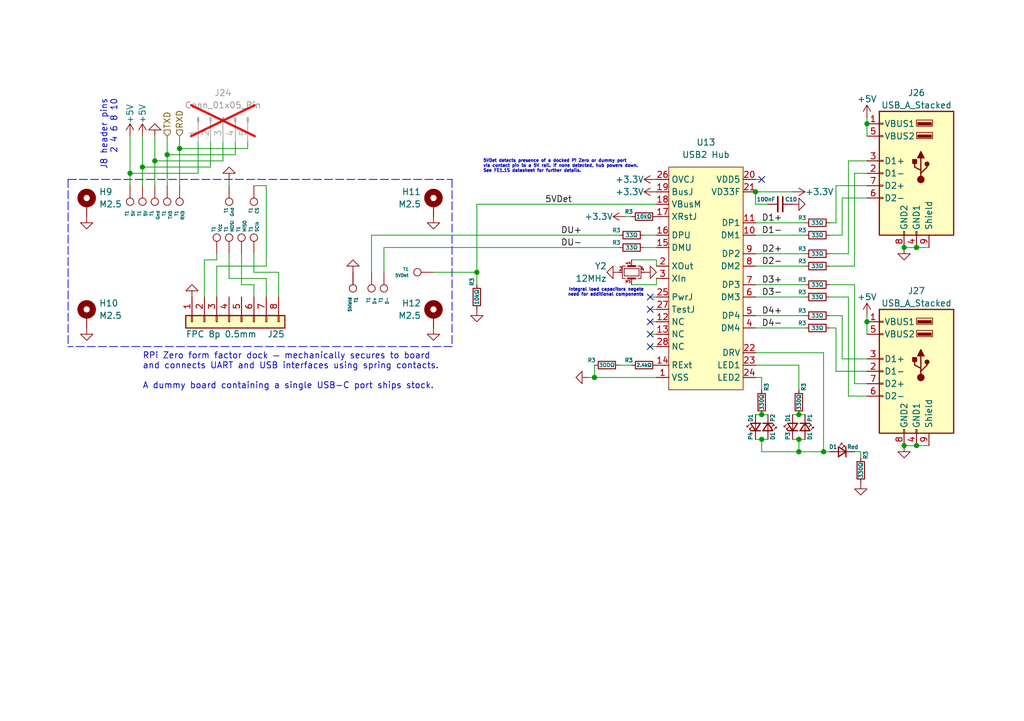
<source format=kicad_sch>
(kicad_sch (version 20230121) (generator eeschema)
  (paper "A5")
  (title_block (title "Raspberry Pi Zero Socket") (company "Meridi Engineering") (comment 1 "Mechanically attaches a Pi Zero and exposes USB and UART connections"))
  (lib_symbols
    (symbol "Connector:Conn_01x05_Pin" (pin_names (offset 1.016) hide)
      (property "Reference" "J" (at 0 7.62 0))
      (property "Value" "Conn_01x05_Pin" (at 0 -7.62 0))
      (symbol "Conn_01x05_Pin_1_1"
        (polyline (pts (xy 1.27 -5.08) (xy 0.8636 -5.08)) (stroke (width 0.1524)))
        (polyline (pts (xy 1.27 -2.54) (xy 0.8636 -2.54)) (stroke (width 0.1524)))
        (polyline (pts (xy 1.27 0) (xy 0.8636 0)) (stroke (width 0.1524)))
        (polyline (pts (xy 1.27 2.54) (xy 0.8636 2.54)) (stroke (width 0.1524)))
        (polyline (pts (xy 1.27 5.08) (xy 0.8636 5.08)) (stroke (width 0.1524)))
        (rectangle (start 0.8636 -4.953) (end 0 -5.207) (stroke (width 0.1524)) (fill (type outline)))
        (rectangle (start 0.8636 -2.413) (end 0 -2.667) (stroke (width 0.1524)) (fill (type outline)))
        (rectangle (start 0.8636 0.127) (end 0 -0.127) (stroke (width 0.1524)) (fill (type outline)))
        (rectangle (start 0.8636 2.667) (end 0 2.413) (stroke (width 0.1524)) (fill (type outline)))
        (rectangle (start 0.8636 5.207) (end 0 4.953) (stroke (width 0.1524)) (fill (type outline)))
        (pin passive line (at 5.08 5.08 180) (length 3.81) (name "Pin_1") (number "1"))
        (pin passive line (at 5.08 2.54 180) (length 3.81) (name "Pin_2") (number "2"))
        (pin passive line (at 5.08 0 180) (length 3.81) (name "Pin_3") (number "3"))
        (pin passive line (at 5.08 -2.54 180) (length 3.81) (name "Pin_4") (number "4"))
        (pin passive line (at 5.08 -5.08 180) (length 3.81) (name "Pin_5") (number "5"))
      )
    )
    (symbol "Connector:TestPoint" (pin_numbers hide) (pin_names (offset 0.762) hide)
      (property "Reference" "TP" (at 0 6.858 0))
      (property "Value" "TestPoint" (at 0 5.08 0))
      (symbol "TestPoint_0_1"
        (circle (center 0 3.302) (radius 0.762))
      )
      (symbol "TestPoint_1_1"
        (pin passive line (at 0 0 90) (length 2.54) (name "1") (number "1"))
      )
    )
    (symbol "Connector:USB_A_Stacked" (pin_names (offset 1.016))
      (property "Reference" "J" (at 0 15.875 0))
      (property "Value" "USB_A_Stacked" (at 0 13.97 0))
      (symbol "USB_A_Stacked_0_1"
        (rectangle (start -7.62 12.7) (end 7.62 -12.7) (stroke (width 0.254)) (fill (type background)))
        (circle (center -2.159 1.905) (radius 0.381) (stroke (width 0.254)) (fill (type outline)))
        (circle (center -0.889 -1.27) (radius 0.635) (stroke (width 0.254)) (fill (type outline)))
        (rectangle (start -0.254 7.366) (end -3.048 7.874) (fill (type outline)))
        (rectangle (start -0.254 9.906) (end -3.048 10.414) (fill (type outline)))
        (rectangle (start -0.127 -12.7) (end 0.127 -11.938))
        (polyline (pts (xy -1.524 3.175) (xy -0.254 3.175) (xy -0.889 4.445) (xy -1.524 3.175)) (stroke (width 0.254)) (fill (type outline)))
        (polyline (pts (xy -0.889 -0.635) (xy -0.889 0) (xy -2.159 1.27) (xy -2.159 1.905)) (stroke (width 0.254)))
        (polyline (pts (xy -0.889 0) (xy -0.889 0.635) (xy 0.381 1.27) (xy 0.381 2.54)) (stroke (width 0.254)))
        (rectangle (start 0 2.794) (end 0.762 2.032) (stroke (width 0.254)) (fill (type outline)))
        (rectangle (start 0 7.112) (end -3.302 8.382))
        (rectangle (start 0 9.652) (end -3.302 10.922))
        (rectangle (start 2.413 -12.7) (end 2.667 -11.938))
        (rectangle (start 7.62 -5.207) (end 6.858 -4.953))
        (rectangle (start 7.62 -2.667) (end 6.858 -2.413))
        (rectangle (start 7.62 -0.127) (end 6.858 0.127))
        (rectangle (start 7.62 2.413) (end 6.858 2.667))
        (rectangle (start 7.62 7.493) (end 6.858 7.747))
        (rectangle (start 7.62 10.033) (end 6.858 10.287))
      )
      (symbol "USB_A_Stacked_1_1"
        (polyline (pts (xy -0.889 0.635) (xy -0.889 3.175)) (stroke (width 0.254)))
        (pin power_in line (at 10.16 10.16 180) (length 2.54) (name "VBUS1") (number "1"))
        (pin bidirectional line (at 10.16 0 180) (length 2.54) (name "D1-") (number "2"))
        (pin bidirectional line (at 10.16 2.54 180) (length 2.54) (name "D1+") (number "3"))
        (pin power_in line (at 0 -15.24 90) (length 2.54) (name "GND1") (number "4"))
        (pin power_in line (at 10.16 7.62 180) (length 2.54) (name "VBUS2") (number "5"))
        (pin bidirectional line (at 10.16 -5.08 180) (length 2.54) (name "D2-") (number "6"))
        (pin bidirectional line (at 10.16 -2.54 180) (length 2.54) (name "D2+") (number "7"))
        (pin power_in line (at 2.54 -15.24 90) (length 2.54) (name "GND2") (number "8"))
        (pin passive line (at -2.54 -15.24 90) (length 2.54) (name "Shield") (number "9"))
      )
    )
    (symbol "Connector_Generic:Conn_01x08" (pin_names (offset 1.016) hide)
      (property "Reference" "J" (at 0 10.16 0))
      (property "Value" "Conn_01x08" (at 0 -12.7 0))
      (symbol "Conn_01x08_1_1"
        (rectangle (start -1.27 -10.033) (end 0 -10.287) (stroke (width 0.1524)))
        (rectangle (start -1.27 -7.493) (end 0 -7.747) (stroke (width 0.1524)))
        (rectangle (start -1.27 -4.953) (end 0 -5.207) (stroke (width 0.1524)))
        (rectangle (start -1.27 -2.413) (end 0 -2.667) (stroke (width 0.1524)))
        (rectangle (start -1.27 0.127) (end 0 -0.127) (stroke (width 0.1524)))
        (rectangle (start -1.27 2.667) (end 0 2.413) (stroke (width 0.1524)))
        (rectangle (start -1.27 5.207) (end 0 4.953) (stroke (width 0.1524)))
        (rectangle (start -1.27 7.747) (end 0 7.493) (stroke (width 0.1524)))
        (rectangle (start -1.27 8.89) (end 1.27 -11.43) (stroke (width 0.254)) (fill (type background)))
        (pin passive line (at -5.08 7.62 0) (length 3.81) (name "Pin_1") (number "1"))
        (pin passive line (at -5.08 5.08 0) (length 3.81) (name "Pin_2") (number "2"))
        (pin passive line (at -5.08 2.54 0) (length 3.81) (name "Pin_3") (number "3"))
        (pin passive line (at -5.08 0 0) (length 3.81) (name "Pin_4") (number "4"))
        (pin passive line (at -5.08 -2.54 0) (length 3.81) (name "Pin_5") (number "5"))
        (pin passive line (at -5.08 -5.08 0) (length 3.81) (name "Pin_6") (number "6"))
        (pin passive line (at -5.08 -7.62 0) (length 3.81) (name "Pin_7") (number "7"))
        (pin passive line (at -5.08 -10.16 0) (length 3.81) (name "Pin_8") (number "8"))
      )
    )
    (symbol "Device:C_Small" (pin_numbers hide) (pin_names (offset 0.254) hide)
      (property "Reference" "C" (at 0.254 1.778 0))
      (property "Value" "C_Small" (at 0.254 -2.032 0))
      (symbol "C_Small_0_1"
        (polyline (pts (xy -1.524 -0.508) (xy 1.524 -0.508)) (stroke (width 0.3302)))
        (polyline (pts (xy -1.524 0.508) (xy 1.524 0.508)) (stroke (width 0.3048)))
      )
      (symbol "C_Small_1_1"
        (pin passive line (at 0 2.54 270) (length 2.032) (name "~") (number "1"))
        (pin passive line (at 0 -2.54 90) (length 2.032) (name "~") (number "2"))
      )
    )
    (symbol "Device:Crystal_GND24_Small" (pin_names (offset 1.016) hide)
      (property "Reference" "Y" (at 1.27 4.445 0))
      (property "Value" "Crystal_GND24_Small" (at 1.27 2.54 0))
      (symbol "Crystal_GND24_Small_0_1"
        (rectangle (start -0.762 -1.524) (end 0.762 1.524))
        (polyline (pts (xy -1.27 -0.762) (xy -1.27 0.762)) (stroke (width 0.381)))
        (polyline (pts (xy 1.27 -0.762) (xy 1.27 0.762)) (stroke (width 0.381)))
        (polyline (pts (xy -1.27 -1.27) (xy -1.27 -1.905) (xy 1.27 -1.905) (xy 1.27 -1.27)))
        (polyline (pts (xy -1.27 1.27) (xy -1.27 1.905) (xy 1.27 1.905) (xy 1.27 1.27)))
      )
      (symbol "Crystal_GND24_Small_1_1"
        (pin passive line (at -2.54 0 0) (length 1.27) (name "1") (number "1"))
        (pin passive line (at 0 -2.54 90) (length 0.635) (name "2") (number "2"))
        (pin passive line (at 2.54 0 180) (length 1.27) (name "3") (number "3"))
        (pin passive line (at 0 2.54 270) (length 0.635) (name "4") (number "4"))
      )
    )
    (symbol "Device:LED_Small" (pin_numbers hide) (pin_names (offset 0.254) hide)
      (property "Reference" "D" (at -1.27 3.175 0))
      (property "Value" "LED_Small" (at -4.445 -2.54 0))
      (symbol "LED_Small_0_1"
        (polyline (pts (xy -0.762 -1.016) (xy -0.762 1.016)) (stroke (width 0.254)))
        (polyline (pts (xy 1.016 0) (xy -0.762 0)))
        (polyline (pts (xy 0.762 -1.016) (xy -0.762 0) (xy 0.762 1.016) (xy 0.762 -1.016)) (stroke (width 0.254)))
        (polyline (pts (xy 0 0.762) (xy -0.508 1.27) (xy -0.254 1.27) (xy -0.508 1.27) (xy -0.508 1.016)))
        (polyline (pts (xy 0.508 1.27) (xy 0 1.778) (xy 0.254 1.778) (xy 0 1.778) (xy 0 1.524)))
      )
      (symbol "LED_Small_1_1"
        (pin passive line (at -2.54 0 0) (length 1.778) (name "K") (number "1"))
        (pin passive line (at 2.54 0 180) (length 1.778) (name "A") (number "2"))
      )
    )
    (symbol "Device:R_Small" (pin_numbers hide) (pin_names (offset 0.254) hide)
      (property "Reference" "R" (at 0.762 0.508 0))
      (property "Value" "R_Small" (at 0.762 -1.016 0))
      (symbol "R_Small_0_1"
        (rectangle (start -0.762 1.778) (end 0.762 -1.778) (stroke (width 0.2032)))
      )
      (symbol "R_Small_1_1"
        (pin passive line (at 0 2.54 270) (length 0.762) (name "~") (number "1"))
        (pin passive line (at 0 -2.54 90) (length 0.762) (name "~") (number "2"))
      )
    )
    (symbol "Mechanical:MountingHole_Pad" (pin_numbers hide) (pin_names (offset 1.016) hide)
      (property "Reference" "H" (at 0 6.35 0))
      (property "Value" "MountingHole_Pad" (at 0 4.445 0))
      (symbol "MountingHole_Pad_0_1"
        (circle (center 0 1.27) (radius 1.27) (stroke (width 1.27)))
      )
      (symbol "MountingHole_Pad_1_1"
        (pin input line (at 0 -2.54 90) (length 2.54) (name "1") (number "1"))
      )
    )
    (symbol "corevus:FE1.1s-BSOP28B"
      (property "Reference" "U" (at 0 26.67 0))
      (property "Value" "USB2 Hub" (at 0 24.13 0))
      (symbol "FE1.1s-BSOP28B_0_0"
        (pin unspecified line (at -10.16 -20.32 0) (length 2.54) (name "VSS") (number "1"))
        (pin unspecified line (at 10.16 8.89 180) (length 2.54) (name "DM1") (number "10"))
        (pin unspecified line (at 10.16 11.43 180) (length 2.54) (name "DP1") (number "11"))
        (pin unspecified line (at -10.16 -8.89 0) (length 2.54) (name "NC") (number "12"))
        (pin unspecified line (at -10.16 -11.43 0) (length 2.54) (name "NC") (number "13"))
        (pin unspecified line (at -10.16 -17.78 0) (length 2.54) (name "RExt") (number "14"))
        (pin unspecified line (at -10.16 6.35 0) (length 2.54) (name "DMU") (number "15"))
        (pin unspecified line (at -10.16 8.89 0) (length 2.54) (name "DPU") (number "16"))
        (pin unspecified line (at -10.16 2.54 0) (length 2.54) (name "XOut") (number "2"))
        (pin unspecified line (at 10.16 20.32 180) (length 2.54) (name "VDD5") (number "20"))
        (pin unspecified line (at 10.16 17.78 180) (length 2.54) (name "VD33F") (number "21"))
        (pin unspecified line (at 10.16 -15.24 180) (length 2.54) (name "DRV") (number "22"))
        (pin unspecified line (at 10.16 -17.78 180) (length 2.54) (name "LED1") (number "23"))
        (pin unspecified line (at 10.16 -20.32 180) (length 2.54) (name "LED2") (number "24"))
        (pin unspecified line (at -10.16 -3.81 0) (length 2.54) (name "PwrJ") (number "25"))
        (pin unspecified line (at -10.16 20.32 0) (length 2.54) (name "OVCJ") (number "26"))
        (pin unspecified line (at -10.16 -6.35 0) (length 2.54) (name "TestJ") (number "27"))
        (pin unspecified line (at -10.16 -13.97 0) (length 2.54) (name "NC") (number "28"))
        (pin unspecified line (at -10.16 0 0) (length 2.54) (name "XIn") (number "3"))
        (pin unspecified line (at 10.16 -10.16 180) (length 2.54) (name "DM4") (number "4"))
        (pin unspecified line (at 10.16 -7.62 180) (length 2.54) (name "DP4") (number "5"))
        (pin unspecified line (at 10.16 -3.81 180) (length 2.54) (name "DM3") (number "6"))
        (pin unspecified line (at 10.16 -1.27 180) (length 2.54) (name "DP3") (number "7"))
        (pin unspecified line (at 10.16 2.54 180) (length 2.54) (name "DM2") (number "8"))
        (pin unspecified line (at 10.16 5.08 180) (length 2.54) (name "DP2") (number "9"))
      )
      (symbol "FE1.1s-BSOP28B_1_0"
        (pin unspecified line (at -10.16 12.7 0) (length 2.54) (name "XRstJ") (number "17"))
        (pin unspecified line (at -10.16 15.24 0) (length 2.54) (name "VBusM") (number "18"))
        (pin unspecified line (at -10.16 17.78 0) (length 2.54) (name "BusJ") (number "19"))
      )
      (symbol "FE1.1s-BSOP28B_1_1"
        (rectangle (start -7.62 22.86) (end 7.62 -22.86) (fill (type background)))
      )
    )
    (symbol "power:+3.3V" (power) (pin_names (offset 0))
      (property "Value" "+3.3V" (at 0 3.556 0))
      (symbol "+3.3V_0_1"
        (polyline (pts (xy -0.762 1.27) (xy 0 2.54)))
        (polyline (pts (xy 0 0) (xy 0 2.54)))
        (polyline (pts (xy 0 2.54) (xy 0.762 1.27)))
      )
      (symbol "+3.3V_1_1"
        (pin power_in line (at 0 0 90) (length 0) hide (name "+3.3V") (number "1"))
      )
    )
    (symbol "power:+5V" (power) (pin_names (offset 0))
      (property "Value" "+5V" (at 0 3.556 0))
      (symbol "+5V_0_1"
        (polyline (pts (xy -0.762 1.27) (xy 0 2.54)))
        (polyline (pts (xy 0 0) (xy 0 2.54)))
        (polyline (pts (xy 0 2.54) (xy 0.762 1.27)))
      )
      (symbol "+5V_1_1"
        (pin power_in line (at 0 0 90) (length 0) hide (name "+5V") (number "1"))
      )
    )
    (symbol "power:GND" (power) (pin_names (offset 0))
      (property "Value" "GND" (at 0 -3.81 0))
      (symbol "GND_0_1"
        (polyline (pts (xy 0 0) (xy 0 -1.27) (xy 1.27 -1.27) (xy 0 -2.54) (xy -1.27 -1.27) (xy 0 -1.27)))
      )
      (symbol "GND_1_1"
        (pin power_in line (at 0 0 270) (length 0) hide (name "GND") (number "1"))
      )
    )
  )
  (junction (at 154.94 39.37))
  (junction (at 36.83 30.48))
  (junction (at 185.42 50.8))
  (junction (at 163.83 90.17))
  (junction (at 31.75 33.02))
  (junction (at 177.8 25.4))
  (junction (at 26.67 35.56))
  (junction (at 29.21 34.29))
  (junction (at 34.29 31.75))
  (junction (at 185.42 91.44))
  (junction (at 97.79 55.88))
  (junction (at 156.21 85.09))
  (junction (at 163.83 92.71))
  (junction (at 177.8 66.04))
  (junction (at 168.91 92.71))
  (junction (at 163.83 85.09))
  (junction (at 187.96 91.44))
  (junction (at 156.21 90.17))
  (junction (at 187.96 50.8))
  (junction (at 121.92 77.47))
  (no_connect (at 133.35 60.96))
  (no_connect (at 156.21 36.83))
  (no_connect (at 133.35 63.5))
  (no_connect (at 133.35 68.58))
  (no_connect (at 133.35 71.12))
  (no_connect (at 133.35 66.04))
  (wire (pts (xy 154.94 74.93) (xy 163.83 74.93)))
  (wire (pts (xy 128.27 44.45) (xy 129.54 44.45)))
  (wire (pts (xy 154.94 58.42) (xy 165.1 58.42)))
  (wire (pts (xy 50.8 30.48) (xy 50.8 29.21)))
  (wire (pts (xy 154.94 85.09) (xy 156.21 85.09)))
  (wire (pts (xy 48.26 31.75) (xy 48.26 29.21)))
  (wire (pts (xy 165.1 45.72) (xy 154.94 45.72)))
  (wire (pts (xy 163.83 92.71) (xy 168.91 92.71)))
  (wire (pts (xy 175.26 35.56) (xy 177.8 35.56)))
  (wire (pts (xy 170.18 54.61) (xy 175.26 54.61)))
  (wire (pts (xy 172.72 40.64) (xy 172.72 48.26)))
  (wire (pts (xy 163.83 90.17) (xy 163.83 92.71)))
  (wire (pts (xy 46.99 52.07) (xy 46.99 57.15)))
  (wire (pts (xy 31.75 33.02) (xy 45.72 33.02)))
  (wire (pts (xy 172.72 64.77) (xy 170.18 64.77)))
  (wire (pts (xy 163.83 74.93) (xy 163.83 80.01)))
  (wire (pts (xy 132.08 48.26) (xy 134.62 48.26)))
  (polyline (pts (xy 92.71 36.83) (xy 92.71 71.12)) (stroke (width 0) (type dash)))
  (wire (pts (xy 154.94 48.26) (xy 165.1 48.26)))
  (wire (pts (xy 175.26 35.56) (xy 175.26 54.61)))
  (wire (pts (xy 121.92 74.93) (xy 121.92 77.47)))
  (wire (pts (xy 31.75 38.1) (xy 31.75 33.02)))
  (wire (pts (xy 45.72 33.02) (xy 45.72 29.21)))
  (wire (pts (xy 57.15 55.88) (xy 57.15 60.96)))
  (wire (pts (xy 156.21 92.71) (xy 163.83 92.71)))
  (wire (pts (xy 187.96 91.44) (xy 190.5 91.44)))
  (wire (pts (xy 177.8 24.13) (xy 177.8 25.4)))
  (wire (pts (xy 154.94 39.37) (xy 154.94 41.91)))
  (wire (pts (xy 97.79 41.91) (xy 134.62 41.91)))
  (wire (pts (xy 36.83 27.94) (xy 36.83 30.48)))
  (wire (pts (xy 132.08 50.8) (xy 134.62 50.8)))
  (wire (pts (xy 97.79 55.88) (xy 97.79 41.91)))
  (wire (pts (xy 121.92 77.47) (xy 134.62 77.47)))
  (wire (pts (xy 36.83 30.48) (xy 50.8 30.48)))
  (wire (pts (xy 43.18 34.29) (xy 43.18 29.21)))
  (wire (pts (xy 170.18 67.31) (xy 171.45 67.31)))
  (wire (pts (xy 49.53 58.42) (xy 52.07 58.42)))
  (wire (pts (xy 154.94 67.31) (xy 165.1 67.31)))
  (wire (pts (xy 175.26 92.71) (xy 176.53 92.71)))
  (wire (pts (xy 177.8 64.77) (xy 177.8 66.04)))
  (wire (pts (xy 173.99 52.07) (xy 170.18 52.07)))
  (wire (pts (xy 78.74 50.8) (xy 78.74 55.88)))
  (wire (pts (xy 44.45 54.61) (xy 54.61 54.61)))
  (wire (pts (xy 78.74 50.8) (xy 127 50.8)))
  (wire (pts (xy 134.62 54.61) (xy 134.62 53.34)))
  (wire (pts (xy 175.26 58.42) (xy 175.26 78.74)))
  (wire (pts (xy 154.94 90.17) (xy 156.21 90.17)))
  (wire (pts (xy 168.91 72.39) (xy 154.94 72.39)))
  (wire (pts (xy 170.18 60.96) (xy 173.99 60.96)))
  (wire (pts (xy 44.45 60.96) (xy 44.45 54.61)))
  (wire (pts (xy 162.56 90.17) (xy 163.83 90.17)))
  (wire (pts (xy 46.99 57.15) (xy 54.61 57.15)))
  (wire (pts (xy 173.99 81.28) (xy 177.8 81.28)))
  (wire (pts (xy 29.21 27.94) (xy 29.21 34.29)))
  (wire (pts (xy 173.99 60.96) (xy 173.99 81.28)))
  (wire (pts (xy 129.54 58.42) (xy 134.62 58.42)))
  (wire (pts (xy 29.21 34.29) (xy 43.18 34.29)))
  (wire (pts (xy 26.67 38.1) (xy 26.67 35.56)))
  (wire (pts (xy 171.45 67.31) (xy 171.45 76.2)))
  (wire (pts (xy 176.53 92.71) (xy 176.53 93.98)))
  (wire (pts (xy 88.9 55.88) (xy 97.79 55.88)))
  (wire (pts (xy 36.83 30.48) (xy 36.83 38.1)))
  (wire (pts (xy 41.91 53.34) (xy 41.91 60.96)))
  (wire (pts (xy 177.8 25.4) (xy 177.8 27.94)))
  (wire (pts (xy 133.35 68.58) (xy 134.62 68.58)))
  (wire (pts (xy 40.64 35.56) (xy 40.64 29.21)))
  (wire (pts (xy 168.91 92.71) (xy 170.18 92.71)))
  (wire (pts (xy 163.83 85.09) (xy 165.1 85.09)))
  (wire (pts (xy 52.07 55.88) (xy 57.15 55.88)))
  (wire (pts (xy 156.21 85.09) (xy 157.48 85.09)))
  (wire (pts (xy 185.42 91.44) (xy 187.96 91.44)))
  (wire (pts (xy 165.1 52.07) (xy 154.94 52.07)))
  (wire (pts (xy 97.79 58.42) (xy 97.79 55.88)))
  (wire (pts (xy 44.45 53.34) (xy 41.91 53.34)))
  (wire (pts (xy 54.61 54.61) (xy 54.61 38.1)))
  (wire (pts (xy 185.42 50.8) (xy 187.96 50.8)))
  (wire (pts (xy 133.35 66.04) (xy 134.62 66.04)))
  (wire (pts (xy 127 74.93) (xy 129.54 74.93)))
  (wire (pts (xy 172.72 73.66) (xy 172.72 64.77)))
  (wire (pts (xy 29.21 34.29) (xy 29.21 38.1)))
  (wire (pts (xy 156.21 77.47) (xy 156.21 80.01)))
  (wire (pts (xy 187.96 50.8) (xy 190.5 50.8)))
  (wire (pts (xy 34.29 31.75) (xy 34.29 38.1)))
  (wire (pts (xy 52.07 58.42) (xy 52.07 60.96)))
  (wire (pts (xy 129.54 53.34) (xy 134.62 53.34)))
  (wire (pts (xy 133.35 71.12) (xy 134.62 71.12)))
  (wire (pts (xy 154.94 54.61) (xy 165.1 54.61)))
  (wire (pts (xy 156.21 36.83) (xy 154.94 36.83)))
  (wire (pts (xy 165.1 64.77) (xy 154.94 64.77)))
  (wire (pts (xy 26.67 35.56) (xy 40.64 35.56)))
  (wire (pts (xy 34.29 27.94) (xy 34.29 31.75)))
  (wire (pts (xy 34.29 31.75) (xy 48.26 31.75)))
  (wire (pts (xy 177.8 66.04) (xy 177.8 68.58)))
  (wire (pts (xy 54.61 38.1) (xy 52.07 38.1)))
  (wire (pts (xy 52.07 52.07) (xy 52.07 55.88)))
  (wire (pts (xy 54.61 57.15) (xy 54.61 60.96)))
  (wire (pts (xy 168.91 92.71) (xy 168.91 72.39)))
  (wire (pts (xy 76.2 48.26) (xy 127 48.26)))
  (polyline (pts (xy 92.71 71.12) (xy 13.97 71.12)) (stroke (width 0) (type dash)))
  (wire (pts (xy 49.53 52.07) (xy 49.53 58.42)))
  (polyline (pts (xy 13.97 36.83) (xy 13.97 71.12)) (stroke (width 0) (type dash)))
  (wire (pts (xy 156.21 77.47) (xy 154.94 77.47)))
  (wire (pts (xy 173.99 33.02) (xy 173.99 52.07)))
  (wire (pts (xy 163.83 90.17) (xy 165.1 90.17)))
  (wire (pts (xy 26.67 27.94) (xy 26.67 35.56)))
  (wire (pts (xy 170.18 48.26) (xy 172.72 48.26)))
  (wire (pts (xy 173.99 33.02) (xy 177.8 33.02)))
  (wire (pts (xy 175.26 78.74) (xy 177.8 78.74)))
  (wire (pts (xy 172.72 40.64) (xy 177.8 40.64)))
  (wire (pts (xy 31.75 27.94) (xy 31.75 33.02)))
  (wire (pts (xy 156.21 90.17) (xy 157.48 90.17)))
  (wire (pts (xy 156.21 90.17) (xy 156.21 92.71)))
  (polyline (pts (xy 13.97 36.83) (xy 92.71 36.83)) (stroke (width 0) (type dash)))
  (wire (pts (xy 171.45 76.2) (xy 177.8 76.2)))
  (wire (pts (xy 133.35 63.5) (xy 134.62 63.5)))
  (wire (pts (xy 171.45 38.1) (xy 177.8 38.1)))
  (wire (pts (xy 172.72 73.66) (xy 177.8 73.66)))
  (wire (pts (xy 46.99 36.83) (xy 46.99 38.1)))
  (wire (pts (xy 120.65 77.47) (xy 121.92 77.47)))
  (wire (pts (xy 171.45 38.1) (xy 171.45 45.72)))
  (wire (pts (xy 134.62 58.42) (xy 134.62 57.15)))
  (wire (pts (xy 171.45 45.72) (xy 170.18 45.72)))
  (wire (pts (xy 133.35 60.96) (xy 134.62 60.96)))
  (wire (pts (xy 44.45 52.07) (xy 44.45 53.34)))
  (wire (pts (xy 154.94 60.96) (xy 165.1 60.96)))
  (wire (pts (xy 154.94 41.91) (xy 157.48 41.91)))
  (wire (pts (xy 170.18 58.42) (xy 175.26 58.42)))
  (wire (pts (xy 162.56 39.37) (xy 154.94 39.37)))
  (wire (pts (xy 162.56 85.09) (xy 163.83 85.09)))
  (wire (pts (xy 76.2 55.88) (xy 76.2 48.26)))
  (text "Integral load capacitors negate\nneed for additional components" (at 132.08 60.96 0) (effects (font (size 0.635 0.635)) (justify right bottom)))
  (text "5VDet detects presence of a docked Pi Zero or dummy port\nvia contact pin to a 5V rail. If none detected, hub powers down.\nSee FE1.1S datasheet for further details." (at 99.06 35.56 0) (effects (font (size 0.635 0.635)) (justify left bottom)))
  (text "RPi Zero form factor dock — mechanically secures to board\nand connects UART and USB interfaces using spring contacts.\n\nA dummy board containing a single USB-C port ships stock." (at 29.21 80.01 0) (effects (font (size 1.27 1.27)) (justify left bottom)))
  (text "J8 header pins\n2 4 6 8 10" (at 24.13 20.32 90) (effects (font (size 1.27 1.27)) (justify right bottom)))
  (label "D2+" (at 156.21 52.07 0))
  (label "D2-" (at 156.21 54.61 0))
  (label "D3+" (at 156.21 58.42 0))
  (label "D1-" (at 156.21 48.26 0))
  (label "D4-" (at 156.21 67.31 0))
  (label "DU-" (at 119.38 50.8 180))
  (label "DU+" (at 119.38 48.26 180))
  (label "D1+" (at 156.21 45.72 0))
  (label "5VDet" (at 111.76 41.91 0))
  (label "D4+" (at 156.21 64.77 0))
  (label "D3-" (at 156.21 60.96 0))
  (hierarchical_label "TXD" (shape input) (at 34.29 27.94 90))
  (hierarchical_label "RXD" (shape input) (at 36.83 27.94 90))
  (symbol (lib_id "power:GND") (at 17.78 44.45 0) (unit 1)
    (property "Reference" "#PWR0109" (effects hide))
    (property "Value" "GND" (effects hide))
    (instances (project "mainboard" (path "" (reference "#PWR0109") (unit 1)) (path "" (reference "#PWR0211") (unit 1))))
  )
  (symbol (lib_id "Connector:TestPoint") (at 78.74 55.88 0) (mirror x) (unit 1)
    (property "Reference" "T1" (at 78.105 60.96 90) (effects (font (size 0.635 0.635)) (justify left)))
    (property "Value" "D-" (at 79.375 60.96 90) (effects (font (size 0.635 0.635)) (justify left)))
    (property "Footprint" "corevus:LGA_Spring_3.5x1" (effects hide))
    (instances (project "mainboard" (path "" (reference "T1") (unit 1)) (path "" (reference "T46") (unit 1))))
  )
  (symbol (lib_id "Device:Crystal_GND24_Small") (at 129.54 55.88 270) (unit 1)
    (property "Reference" "Y2" (at 124.46 54.61 90) (effects (justify right)))
    (property "Value" "12MHz" (at 124.46 57.15 90) (effects (justify right)))
    (property "Footprint" "Crystal:Crystal_SMD_3225-4Pin_3.2x2.5mm" (effects hide))
  )
  (symbol (lib_id "corevus:FE1.1s-BSOP28B") (at 144.78 57.15 0) (unit 1)
    (property "Reference" "U13" (at 144.78 29.21 0))
    (property "Value" "USB2 Hub" (at 144.78 31.75 0))
    (property "Footprint" "Package_SO:SSOP-28_3.9x9.9mm_P0.635mm" (effects hide))
    (property "Datasheet" "https://datasheet.lcsc.com/lcsc/2303171730_Terminus-Tech-FE1-1S-BSOP28BCN_C9359.pdf" (effects hide))
  )
  (symbol (lib_id "power:GND") (at 162.56 41.91 90) (unit 1)
    (property "Reference" "#PWR0109" (effects hide))
    (property "Value" "GND" (effects hide))
    (instances (project "mainboard" (path "" (reference "#PWR0109") (unit 1)) (path "" (reference "#PWR0229") (unit 1))))
  )
  (symbol (lib_id "Mechanical:MountingHole_Pad") (at 88.9 41.91 0) (mirror y) (unit 1)
    (property "Reference" "H11" (at 86.36 39.37 0) (effects (justify left)))
    (property "Value" "M2.5" (at 86.36 41.91 0) (effects (justify left)))
    (property "Footprint" "corevus:M3_M2.5_PCB_Nut" (effects hide))
  )
  (symbol (lib_id "Device:R_Small") (at 167.64 58.42 270) (mirror x) (unit 1)
    (property "Reference" "R3" (at 165.37 57.42 90) (effects (font (size 0.8 0.8)) (justify right)))
    (property "Value" "33Ω" (at 167.64 58.42 90) (effects (font (size 0.8 0.8))))
    (property "Footprint" "AlphaLib:0402R" (effects hide))
    (instances (project "driver-tmc5160" (path "" (reference "R3") (unit 1))) (project "mainboard" (path "" (reference "R76") (unit 1)) (path "" (reference "R59") (unit 1)) (path "" (reference "R57") (unit 1)) (path "" (reference "R61") (unit 1)) (path "" (reference "R79") (unit 1))))
  )
  (symbol (lib_id "power:GND") (at 46.99 36.83 0) (mirror x) (unit 1)
    (property "Reference" "#PWR0109" (effects hide))
    (property "Value" "GND" (effects hide))
    (instances (project "mainboard" (path "" (reference "#PWR0109") (unit 1)) (path "" (reference "#PWR0217") (unit 1))))
  )
  (symbol (lib_id "Mechanical:MountingHole_Pad") (at 88.9 64.77 0) (mirror y) (unit 1)
    (property "Reference" "H12" (at 86.36 62.23 0) (effects (justify left)))
    (property "Value" "M2.5" (at 86.36 64.77 0) (effects (justify left)))
    (property "Footprint" "corevus:M3_M2.5_PCB_Nut" (effects hide))
  )
  (symbol (lib_id "Connector:USB_A_Stacked") (at 187.96 35.56 0) (mirror y) (unit 1)
    (property "Reference" "J26" (at 187.96 19.05 0))
    (property "Value" "USB_A_Stacked" (at 187.96 21.59 0))
    (property "Footprint" "Connector_USB:USB_A_CUI_UJ2-ADH-TH_Horizontal_Stacked" (effects hide))
    (property "Datasheet" " ~" (effects hide))
  )
  (symbol (lib_id "Connector:USB_A_Stacked") (at 187.96 76.2 0) (mirror y) (unit 1)
    (property "Reference" "J27" (at 187.96 59.69 0))
    (property "Value" "USB_A_Stacked" (at 187.96 62.23 0))
    (property "Footprint" "Connector_USB:USB_A_CUI_UJ2-ADH-TH_Horizontal_Stacked" (effects hide))
    (property "Datasheet" " ~" (effects hide))
  )
  (symbol (lib_id "Connector:TestPoint") (at 46.99 38.1 180) (unit 1)
    (property "Reference" "T1" (at 46.355 42.545 90) (effects (font (size 0.635 0.635)) (justify left)))
    (property "Value" "Gnd" (at 47.625 42.545 90) (effects (font (size 0.635 0.635)) (justify left)))
    (property "Footprint" "corevus:LGA_Spring_3.5x1" (effects hide))
    (instances (project "mainboard" (path "" (reference "T1") (unit 1)) (path "" (reference "T39") (unit 1))))
  )
  (symbol (lib_id "Mechanical:MountingHole_Pad") (at 17.78 64.77 0) (unit 1)
    (property "Reference" "H10" (at 20.32 62.23 0) (effects (justify left)))
    (property "Value" "M2.5" (at 20.32 64.77 0) (effects (justify left)))
    (property "Footprint" "corevus:M3_M2.5_PCB_Nut" (effects hide))
  )
  (symbol (lib_id "power:GND") (at 88.9 44.45 0) (unit 1)
    (property "Reference" "#PWR0109" (effects hide))
    (property "Value" "GND" (effects hide))
    (instances (project "mainboard" (path "" (reference "#PWR0109") (unit 1)) (path "" (reference "#PWR0219") (unit 1))))
  )
  (symbol (lib_id "Connector:TestPoint") (at 46.99 52.07 0) (unit 1)
    (property "Reference" "T1" (at 46.355 47.625 90) (effects (font (size 0.635 0.635)) (justify left)))
    (property "Value" "MOSI" (at 47.625 47.625 90) (effects (font (size 0.635 0.635)) (justify left)))
    (property "Footprint" "corevus:LGA_Spring_3.5x1" (effects hide))
    (instances (project "mainboard" (path "" (reference "T1") (unit 1)) (path "" (reference "T40") (unit 1))))
  )
  (symbol (lib_id "Device:R_Small") (at 167.64 45.72 270) (mirror x) (unit 1)
    (property "Reference" "R3" (at 165.37 44.72 90) (effects (font (size 0.8 0.8)) (justify right)))
    (property "Value" "33Ω" (at 167.64 45.72 90) (effects (font (size 0.8 0.8))))
    (property "Footprint" "AlphaLib:0402R" (effects hide))
    (instances (project "driver-tmc5160" (path "" (reference "R3") (unit 1))) (project "mainboard" (path "" (reference "R76") (unit 1)) (path "" (reference "R59") (unit 1)) (path "" (reference "R57") (unit 1)) (path "" (reference "R61") (unit 1)) (path "" (reference "R75") (unit 1))))
  )
  (symbol (lib_id "power:GND") (at 17.78 67.31 0) (unit 1)
    (property "Reference" "#PWR0109" (effects hide))
    (property "Value" "GND" (effects hide))
    (instances (project "mainboard" (path "" (reference "#PWR0109") (unit 1)) (path "" (reference "#PWR0212") (unit 1))))
  )
  (symbol (lib_id "Device:R_Small") (at 156.21 82.55 0) (mirror x) (unit 1)
    (property "Reference" "R3" (at 157.21 80.28 90) (effects (font (size 0.8 0.8)) (justify right)))
    (property "Value" "330Ω" (at 156.21 82.55 90) (effects (font (size 0.8 0.8))))
    (property "Footprint" "AlphaLib:0402R" (effects hide))
    (instances (project "driver-tmc5160" (path "" (reference "R3") (unit 1))) (project "mainboard" (path "" (reference "R76") (unit 1)) (path "" (reference "R59") (unit 1)) (path "" (reference "R57") (unit 1)) (path "" (reference "R61") (unit 1)) (path "" (reference "R73") (unit 1))))
  )
  (symbol (lib_id "power:+5V") (at 29.21 27.94 0) (mirror y) (unit 1)
    (property "Reference" "#PWR0214" (effects hide))
    (property "Value" "+5V" (at 29.21 25.4 90) (effects (justify left)))
  )
  (symbol (lib_id "Device:R_Small") (at 129.54 50.8 270) (mirror x) (unit 1)
    (property "Reference" "R3" (at 127.27 49.8 90) (effects (font (size 0.8 0.8)) (justify right)))
    (property "Value" "33Ω" (at 129.54 50.8 90) (effects (font (size 0.8 0.8))))
    (property "Footprint" "AlphaLib:0402R" (effects hide))
    (instances (project "driver-tmc5160" (path "" (reference "R3") (unit 1))) (project "mainboard" (path "" (reference "R76") (unit 1)) (path "" (reference "R59") (unit 1)) (path "" (reference "R57") (unit 1)) (path "" (reference "R61") (unit 1)) (path "" (reference "R70") (unit 1))))
  )
  (symbol (lib_id "Connector:TestPoint") (at 36.83 38.1 0) (mirror x) (unit 1)
    (property "Reference" "T1" (at 36.195 43.18 90) (effects (font (size 0.635 0.635)) (justify left)))
    (property "Value" "RXD" (at 37.465 43.18 90) (effects (font (size 0.635 0.635)) (justify left)))
    (property "Footprint" "corevus:LGA_Spring_3.5x1" (effects hide))
    (instances (project "mainboard" (path "" (reference "T1") (unit 1)) (path "" (reference "T37") (unit 1))))
  )
  (symbol (lib_id "Connector:TestPoint") (at 31.75 38.1 0) (mirror x) (unit 1)
    (property "Reference" "T1" (at 31.115 43.18 90) (effects (font (size 0.635 0.635)) (justify left)))
    (property "Value" "Gnd" (at 32.385 43.18 90) (effects (font (size 0.635 0.635)) (justify left)))
    (property "Footprint" "corevus:LGA_Spring_3.5x1" (effects hide))
    (instances (project "mainboard" (path "" (reference "T1") (unit 1)) (path "" (reference "T35") (unit 1))))
  )
  (symbol (lib_id "power:GND") (at 132.08 55.88 90) (mirror x) (unit 1)
    (property "Reference" "#PWR0109" (effects hide))
    (property "Value" "GND" (effects hide))
    (instances (project "mainboard" (path "" (reference "#PWR0109") (unit 1)) (path "" (reference "#PWR0225") (unit 1))))
  )
  (symbol (lib_id "Connector:TestPoint") (at 44.45 52.07 0) (unit 1)
    (property "Reference" "T1" (at 43.815 47.625 90) (effects (font (size 0.635 0.635)) (justify left)))
    (property "Value" "V_{CC}" (at 45.085 47.625 90) (effects (font (size 0.635 0.635)) (justify left)))
    (property "Footprint" "corevus:LGA_Spring_3.5x1" (effects hide))
    (instances (project "mainboard" (path "" (reference "T1") (unit 1)) (path "" (reference "T38") (unit 1))))
  )
  (symbol (lib_id "power:GND") (at 185.42 50.8 0) (mirror y) (unit 1)
    (property "Reference" "#PWR0109" (effects hide))
    (property "Value" "GND" (effects hide))
    (instances (project "mainboard" (path "" (reference "#PWR0109") (unit 1)) (path "" (reference "#PWR0233") (unit 1))))
  )
  (symbol (lib_id "Device:LED_Small") (at 154.94 87.63 90) (unit 1)
    (property "Reference" "D1" (at 153.94 86.63 0) (effects (font (size 0.8 0.8)) (justify left)))
    (property "Value" "P4" (at 153.94 88.63 0) (effects (font (size 0.8 0.8)) (justify right)))
    (property "Footprint" "AlphaLib:0603LED" (effects hide))
    (instances (project "driver-tmc5160" (path "" (reference "D1") (unit 1))) (project "mainboard" (path "" (reference "D1") (unit 1)) (path "" (reference "D13") (unit 1))))
  )
  (symbol (lib_id "power:GND") (at 31.75 27.94 0) (mirror x) (unit 1)
    (property "Reference" "#PWR0109" (effects hide))
    (property "Value" "GND" (effects hide))
    (instances (project "mainboard" (path "" (reference "#PWR0109") (unit 1)) (path "" (reference "#PWR0215") (unit 1))))
  )
  (symbol (lib_id "power:+3.3V") (at 134.62 39.37 90) (unit 1)
    (property "Reference" "#PWR0227" (effects hide))
    (property "Value" "+3.3V" (at 132.08 39.37 90) (effects (justify left)))
  )
  (symbol (lib_id "Device:R_Small") (at 97.79 60.96 180) (unit 1)
    (property "Reference" "R3" (at 96.79 58.69 90) (effects (font (size 0.8 0.8)) (justify right)))
    (property "Value" "10kΩ" (at 97.79 60.96 90) (effects (font (size 0.8 0.8))))
    (property "Footprint" "AlphaLib:0402R" (effects hide))
    (instances (project "driver-tmc5160" (path "" (reference "R3") (unit 1))) (project "mainboard" (path "" (reference "R76") (unit 1)) (path "" (reference "R59") (unit 1)) (path "" (reference "R57") (unit 1)) (path "" (reference "R61") (unit 1)) (path "" (reference "R67") (unit 1))))
  )
  (symbol (lib_id "Connector:Conn_01x05_Pin") (at 45.72 24.13 90) (mirror x) (unit 1) (in_bom no) (dnp yes)
    (property "Reference" "J24" (at 45.72 19.05 90))
    (property "Value" "Conn_01x05_Pin" (at 45.72 21.59 90))
    (property "Footprint" "Connector_PinHeader_2.54mm:PinHeader_1x05_P2.54mm_Vertical" (effects hide))
  )
  (symbol (lib_id "Mechanical:MountingHole_Pad") (at 17.78 41.91 0) (unit 1)
    (property "Reference" "H9" (at 20.32 39.37 0) (effects (justify left)))
    (property "Value" "M2.5" (at 20.32 41.91 0) (effects (justify left)))
    (property "Footprint" "corevus:M3_M2.5_PCB_Nut" (effects hide))
  )
  (symbol (lib_id "power:GND") (at 185.42 91.44 0) (mirror y) (unit 1)
    (property "Reference" "#PWR0109" (effects hide))
    (property "Value" "GND" (effects hide))
    (instances (project "mainboard" (path "" (reference "#PWR0109") (unit 1)) (path "" (reference "#PWR0234") (unit 1))))
  )
  (symbol (lib_id "power:+5V") (at 177.8 24.13 0) (unit 1)
    (property "Reference" "#PWR0231" (effects hide))
    (property "Value" "+5V" (at 177.8 20.32 0))
  )
  (symbol (lib_id "Connector:TestPoint") (at 88.9 55.88 90) (mirror x) (unit 1)
    (property "Reference" "T1" (at 83.82 55.245 90) (effects (font (size 0.635 0.635)) (justify left)))
    (property "Value" "5VDet" (at 83.82 56.515 90) (effects (font (size 0.635 0.635)) (justify left)))
    (property "Footprint" "corevus:LGA_Spring_3.5x1" (effects hide))
    (instances (project "mainboard" (path "" (reference "T1") (unit 1)) (path "" (reference "T47") (unit 1))))
  )
  (symbol (lib_id "Device:R_Small") (at 124.46 74.93 270) (mirror x) (unit 1)
    (property "Reference" "R3" (at 122.19 73.93 90) (effects (font (size 0.8 0.8)) (justify right)))
    (property "Value" "300Ω" (at 124.46 74.93 90) (effects (font (size 0.8 0.8))))
    (property "Footprint" "AlphaLib:0402R" (effects hide))
    (instances (project "driver-tmc5160" (path "" (reference "R3") (unit 1))) (project "mainboard" (path "" (reference "R76") (unit 1)) (path "" (reference "R59") (unit 1)) (path "" (reference "R57") (unit 1)) (path "" (reference "R61") (unit 1)) (path "" (reference "R68") (unit 1))))
  )
  (symbol (lib_id "Device:R_Small") (at 129.54 48.26 270) (mirror x) (unit 1)
    (property "Reference" "R3" (at 127.27 47.26 90) (effects (font (size 0.8 0.8)) (justify right)))
    (property "Value" "33Ω" (at 129.54 48.26 90) (effects (font (size 0.8 0.8))))
    (property "Footprint" "AlphaLib:0402R" (effects hide))
    (instances (project "driver-tmc5160" (path "" (reference "R3") (unit 1))) (project "mainboard" (path "" (reference "R76") (unit 1)) (path "" (reference "R59") (unit 1)) (path "" (reference "R57") (unit 1)) (path "" (reference "R61") (unit 1)) (path "" (reference "R69") (unit 1))))
  )
  (symbol (lib_id "Connector:TestPoint") (at 49.53 52.07 0) (unit 1)
    (property "Reference" "T1" (at 48.895 47.625 90) (effects (font (size 0.635 0.635)) (justify left)))
    (property "Value" "MISO" (at 50.165 47.625 90) (effects (font (size 0.635 0.635)) (justify left)))
    (property "Footprint" "corevus:LGA_Spring_3.5x1" (effects hide))
    (instances (project "mainboard" (path "" (reference "T1") (unit 1)) (path "" (reference "T41") (unit 1))))
  )
  (symbol (lib_id "Device:LED_Small") (at 172.72 92.71 0) (mirror y) (unit 1)
    (property "Reference" "D1" (at 171.72 91.71 0) (effects (font (size 0.8 0.8)) (justify left)))
    (property "Value" "Red" (at 173.72 91.71 0) (effects (font (size 0.8 0.8)) (justify right)))
    (property "Footprint" "AlphaLib:0603LED" (effects hide))
    (instances (project "driver-tmc5160" (path "" (reference "D1") (unit 1))) (project "mainboard" (path "" (reference "D1") (unit 1)) (path "" (reference "D17") (unit 1))))
  )
  (symbol (lib_id "Connector:TestPoint") (at 52.07 38.1 180) (unit 1)
    (property "Reference" "T1" (at 51.435 42.545 90) (effects (font (size 0.635 0.635)) (justify left)))
    (property "Value" "CS" (at 52.705 42.545 90) (effects (font (size 0.635 0.635)) (justify left)))
    (property "Footprint" "corevus:LGA_Spring_3.5x1" (effects hide))
    (instances (project "mainboard" (path "" (reference "T1") (unit 1)) (path "" (reference "T42") (unit 1))))
  )
  (symbol (lib_id "Device:R_Small") (at 167.64 64.77 270) (mirror x) (unit 1)
    (property "Reference" "R3" (at 165.37 63.77 90) (effects (font (size 0.8 0.8)) (justify right)))
    (property "Value" "33Ω" (at 167.64 64.77 90) (effects (font (size 0.8 0.8))))
    (property "Footprint" "AlphaLib:0402R" (effects hide))
    (instances (project "driver-tmc5160" (path "" (reference "R3") (unit 1))) (project "mainboard" (path "" (reference "R76") (unit 1)) (path "" (reference "R59") (unit 1)) (path "" (reference "R57") (unit 1)) (path "" (reference "R61") (unit 1)) (path "" (reference "R81") (unit 1))))
  )
  (symbol (lib_id "Device:LED_Small") (at 157.48 87.63 270) (unit 1)
    (property "Reference" "D1" (at 158.48 88.63 0) (effects (font (size 0.8 0.8)) (justify left)))
    (property "Value" "P2" (at 158.48 86.63 0) (effects (font (size 0.8 0.8)) (justify right)))
    (property "Footprint" "AlphaLib:0603LED" (effects hide))
    (instances (project "driver-tmc5160" (path "" (reference "D1") (unit 1))) (project "mainboard" (path "" (reference "D1") (unit 1)) (path "" (reference "D14") (unit 1))))
  )
  (symbol (lib_id "Device:R_Small") (at 167.64 48.26 270) (mirror x) (unit 1)
    (property "Reference" "R3" (at 165.37 47.26 90) (effects (font (size 0.8 0.8)) (justify right)))
    (property "Value" "33Ω" (at 167.64 48.26 90) (effects (font (size 0.8 0.8))))
    (property "Footprint" "AlphaLib:0402R" (effects hide))
    (instances (project "driver-tmc5160" (path "" (reference "R3") (unit 1))) (project "mainboard" (path "" (reference "R76") (unit 1)) (path "" (reference "R59") (unit 1)) (path "" (reference "R57") (unit 1)) (path "" (reference "R61") (unit 1)) (path "" (reference "R76") (unit 1))))
  )
  (symbol (lib_id "Device:R_Small") (at 132.08 74.93 270) (mirror x) (unit 1)
    (property "Reference" "R3" (at 129.81 73.93 90) (effects (font (size 0.8 0.8)) (justify right)))
    (property "Value" "2.4kΩ" (at 132.08 74.93 90) (effects (font (size 0.7 0.7))))
    (property "Footprint" "AlphaLib:0402R" (effects hide))
    (instances (project "driver-tmc5160" (path "" (reference "R3") (unit 1))) (project "mainboard" (path "" (reference "R76") (unit 1)) (path "" (reference "R59") (unit 1)) (path "" (reference "R57") (unit 1)) (path "" (reference "R61") (unit 1)) (path "" (reference "R72") (unit 1))))
  )
  (symbol (lib_id "power:GND") (at 127 55.88 270) (unit 1)
    (property "Reference" "#PWR0109" (effects hide))
    (property "Value" "GND" (effects hide))
    (instances (project "mainboard" (path "" (reference "#PWR0109") (unit 1)) (path "" (reference "#PWR0223") (unit 1))))
  )
  (symbol (lib_id "Connector_Generic:Conn_01x08") (at 46.99 66.04 90) (mirror x) (unit 1)
    (property "Reference" "J25" (at 58.42 68.58 90) (effects (justify left)))
    (property "Value" "FPC 8p 0.5mm" (at 38.1 68.58 90) (effects (justify right)))
    (property "Footprint" "Connector_FFC-FPC:Hirose_FH12-8S-0.5SH_1x08-1MP_P0.50mm_Horizontal" (effects hide))
  )
  (symbol (lib_id "power:+3.3V") (at 134.62 36.83 90) (unit 1)
    (property "Reference" "#PWR0226" (effects hide))
    (property "Value" "+3.3V" (at 132.08 36.83 90) (effects (justify left)))
  )
  (symbol (lib_id "Connector:TestPoint") (at 52.07 52.07 0) (unit 1)
    (property "Reference" "T1" (at 51.435 47.625 90) (effects (font (size 0.635 0.635)) (justify left)))
    (property "Value" "SClk" (at 52.705 47.625 90) (effects (font (size 0.635 0.635)) (justify left)))
    (property "Footprint" "corevus:LGA_Spring_3.5x1" (effects hide))
    (instances (project "mainboard" (path "" (reference "T1") (unit 1)) (path "" (reference "T43") (unit 1))))
  )
  (symbol (lib_id "power:GND") (at 120.65 77.47 270) (mirror x) (unit 1)
    (property "Reference" "#PWR0109" (effects hide))
    (property "Value" "GND" (effects hide))
    (instances (project "mainboard" (path "" (reference "#PWR0109") (unit 1)) (path "" (reference "#PWR0222") (unit 1))))
  )
  (symbol (lib_id "power:+5V") (at 26.67 27.94 0) (mirror y) (unit 1)
    (property "Reference" "#PWR0213" (effects hide))
    (property "Value" "+5V" (at 26.67 25.4 90) (effects (justify left)))
  )
  (symbol (lib_id "Device:LED_Small") (at 162.56 87.63 90) (unit 1)
    (property "Reference" "D1" (at 161.56 86.63 0) (effects (font (size 0.8 0.8)) (justify left)))
    (property "Value" "P3" (at 161.56 88.63 0) (effects (font (size 0.8 0.8)) (justify right)))
    (property "Footprint" "AlphaLib:0603LED" (effects hide))
    (instances (project "driver-tmc5160" (path "" (reference "D1") (unit 1))) (project "mainboard" (path "" (reference "D1") (unit 1)) (path "" (reference "D15") (unit 1))))
  )
  (symbol (lib_id "Device:R_Small") (at 167.64 54.61 270) (mirror x) (unit 1)
    (property "Reference" "R3" (at 165.37 53.61 90) (effects (font (size 0.8 0.8)) (justify right)))
    (property "Value" "33Ω" (at 167.64 54.61 90) (effects (font (size 0.8 0.8))))
    (property "Footprint" "AlphaLib:0402R" (effects hide))
    (instances (project "driver-tmc5160" (path "" (reference "R3") (unit 1))) (project "mainboard" (path "" (reference "R76") (unit 1)) (path "" (reference "R59") (unit 1)) (path "" (reference "R57") (unit 1)) (path "" (reference "R61") (unit 1)) (path "" (reference "R78") (unit 1))))
  )
  (symbol (lib_id "Device:R_Small") (at 132.08 44.45 270) (mirror x) (unit 1)
    (property "Reference" "R3" (at 129.81 43.45 90) (effects (font (size 0.8 0.8)) (justify right)))
    (property "Value" "10kΩ" (at 132.08 44.45 90) (effects (font (size 0.8 0.8))))
    (property "Footprint" "AlphaLib:0402R" (effects hide))
    (instances (project "driver-tmc5160" (path "" (reference "R3") (unit 1))) (project "mainboard" (path "" (reference "R76") (unit 1)) (path "" (reference "R59") (unit 1)) (path "" (reference "R57") (unit 1)) (path "" (reference "R61") (unit 1)) (path "" (reference "R71") (unit 1))))
  )
  (symbol (lib_id "power:GND") (at 176.53 99.06 0) (mirror y) (unit 1)
    (property "Reference" "#PWR0109" (effects hide))
    (property "Value" "GND" (effects hide))
    (instances (project "mainboard" (path "" (reference "#PWR0109") (unit 1)) (path "" (reference "#PWR0230") (unit 1))))
  )
  (symbol (lib_id "Device:R_Small") (at 167.64 67.31 270) (mirror x) (unit 1)
    (property "Reference" "R3" (at 165.37 66.31 90) (effects (font (size 0.8 0.8)) (justify right)))
    (property "Value" "33Ω" (at 167.64 67.31 90) (effects (font (size 0.8 0.8))))
    (property "Footprint" "AlphaLib:0402R" (effects hide))
    (instances (project "driver-tmc5160" (path "" (reference "R3") (unit 1))) (project "mainboard" (path "" (reference "R76") (unit 1)) (path "" (reference "R59") (unit 1)) (path "" (reference "R57") (unit 1)) (path "" (reference "R61") (unit 1)) (path "" (reference "R82") (unit 1))))
  )
  (symbol (lib_id "power:GND") (at 97.79 63.5 0) (unit 1)
    (property "Reference" "#PWR0109" (effects hide))
    (property "Value" "GND" (effects hide))
    (instances (project "mainboard" (path "" (reference "#PWR0109") (unit 1)) (path "" (reference "#PWR0221") (unit 1))))
  )
  (symbol (lib_id "power:+5V") (at 177.8 64.77 0) (unit 1)
    (property "Reference" "#PWR0232" (effects hide))
    (property "Value" "+5V" (at 177.8 60.96 0))
  )
  (symbol (lib_id "power:+3.3V") (at 128.27 44.45 90) (unit 1)
    (property "Reference" "#PWR0224" (effects hide))
    (property "Value" "+3.3V" (at 125.73 44.45 90) (effects (justify left)))
  )
  (symbol (lib_id "Device:R_Small") (at 176.53 96.52 0) (mirror x) (unit 1)
    (property "Reference" "R3" (at 177.53 94.25 90) (effects (font (size 0.8 0.8)) (justify right)))
    (property "Value" "330Ω" (at 176.53 96.52 90) (effects (font (size 0.8 0.8))))
    (property "Footprint" "AlphaLib:0402R" (effects hide))
    (instances (project "driver-tmc5160" (path "" (reference "R3") (unit 1))) (project "mainboard" (path "" (reference "R76") (unit 1)) (path "" (reference "R59") (unit 1)) (path "" (reference "R57") (unit 1)) (path "" (reference "R61") (unit 1)) (path "" (reference "R83") (unit 1))))
  )
  (symbol (lib_id "Connector:TestPoint") (at 34.29 38.1 0) (mirror x) (unit 1)
    (property "Reference" "T1" (at 33.655 43.18 90) (effects (font (size 0.635 0.635)) (justify left)))
    (property "Value" "TXD" (at 34.925 43.18 90) (effects (font (size 0.635 0.635)) (justify left)))
    (property "Footprint" "corevus:LGA_Spring_3.5x1" (effects hide))
    (instances (project "mainboard" (path "" (reference "T1") (unit 1)) (path "" (reference "T36") (unit 1))))
  )
  (symbol (lib_id "Device:R_Small") (at 167.64 60.96 270) (mirror x) (unit 1)
    (property "Reference" "R3" (at 165.37 59.96 90) (effects (font (size 0.8 0.8)) (justify right)))
    (property "Value" "33Ω" (at 167.64 60.96 90) (effects (font (size 0.8 0.8))))
    (property "Footprint" "AlphaLib:0402R" (effects hide))
    (instances (project "driver-tmc5160" (path "" (reference "R3") (unit 1))) (project "mainboard" (path "" (reference "R76") (unit 1)) (path "" (reference "R59") (unit 1)) (path "" (reference "R57") (unit 1)) (path "" (reference "R61") (unit 1)) (path "" (reference "R80") (unit 1))))
  )
  (symbol (lib_id "Connector:TestPoint") (at 72.39 55.88 180) (unit 1)
    (property "Reference" "T1" (at 73.025 60.96 90) (effects (font (size 0.635 0.635)) (justify left)))
    (property "Value" "Shield" (at 71.755 60.96 90) (effects (font (size 0.635 0.635)) (justify left)))
    (property "Footprint" "corevus:LGA_Spring_3.5x1" (effects hide))
    (instances (project "mainboard" (path "" (reference "T1") (unit 1)) (path "" (reference "T44") (unit 1))))
  )
  (symbol (lib_id "power:GND") (at 88.9 67.31 0) (unit 1)
    (property "Reference" "#PWR0109" (effects hide))
    (property "Value" "GND" (effects hide))
    (instances (project "mainboard" (path "" (reference "#PWR0109") (unit 1)) (path "" (reference "#PWR0220") (unit 1))))
  )
  (symbol (lib_id "Connector:TestPoint") (at 29.21 38.1 0) (mirror x) (unit 1)
    (property "Reference" "T1" (at 28.575 43.18 90) (effects (font (size 0.635 0.635)) (justify left)))
    (property "Value" "5V" (at 29.845 43.18 90) (effects (font (size 0.635 0.635)) (justify left)))
    (property "Footprint" "corevus:LGA_Spring_3.5x1" (effects hide))
    (instances (project "mainboard" (path "" (reference "T1") (unit 1)) (path "" (reference "T34") (unit 1))))
  )
  (symbol (lib_id "Device:C_Small") (at 160.02 41.91 270) (unit 1)
    (property "Reference" "C10" (at 161.02 40.91 90) (effects (font (size 0.8 0.8)) (justify left)))
    (property "Value" "100nF" (at 159.02 40.91 90) (effects (font (size 0.8 0.8)) (justify right)))
    (property "Footprint" "AlphaLib:0402C" (effects hide))
    (instances (project "driver-tmc5160" (path "" (reference "C10") (unit 1))) (project "mainboard" (path "" (reference "C4") (unit 1)) (path "" (reference "C76") (unit 1))))
  )
  (symbol (lib_id "Device:R_Small") (at 167.64 52.07 270) (mirror x) (unit 1)
    (property "Reference" "R3" (at 165.37 51.07 90) (effects (font (size 0.8 0.8)) (justify right)))
    (property "Value" "33Ω" (at 167.64 52.07 90) (effects (font (size 0.8 0.8))))
    (property "Footprint" "AlphaLib:0402R" (effects hide))
    (instances (project "driver-tmc5160" (path "" (reference "R3") (unit 1))) (project "mainboard" (path "" (reference "R76") (unit 1)) (path "" (reference "R59") (unit 1)) (path "" (reference "R57") (unit 1)) (path "" (reference "R61") (unit 1)) (path "" (reference "R77") (unit 1))))
  )
  (symbol (lib_id "Device:LED_Small") (at 165.1 87.63 270) (unit 1)
    (property "Reference" "D1" (at 166.1 88.63 0) (effects (font (size 0.8 0.8)) (justify left)))
    (property "Value" "P1" (at 166.1 86.63 0) (effects (font (size 0.8 0.8)) (justify right)))
    (property "Footprint" "AlphaLib:0603LED" (effects hide))
    (instances (project "driver-tmc5160" (path "" (reference "D1") (unit 1))) (project "mainboard" (path "" (reference "D1") (unit 1)) (path "" (reference "D16") (unit 1))))
  )
  (symbol (lib_id "Device:R_Small") (at 163.83 82.55 0) (mirror x) (unit 1)
    (property "Reference" "R3" (at 164.83 80.28 90) (effects (font (size 0.8 0.8)) (justify right)))
    (property "Value" "330Ω" (at 163.83 82.55 90) (effects (font (size 0.8 0.8))))
    (property "Footprint" "AlphaLib:0402R" (effects hide))
    (instances (project "driver-tmc5160" (path "" (reference "R3") (unit 1))) (project "mainboard" (path "" (reference "R76") (unit 1)) (path "" (reference "R59") (unit 1)) (path "" (reference "R57") (unit 1)) (path "" (reference "R61") (unit 1)) (path "" (reference "R74") (unit 1))))
  )
  (symbol (lib_id "power:GND") (at 39.37 60.96 0) (mirror x) (unit 1)
    (property "Reference" "#PWR0109" (effects hide))
    (property "Value" "GND" (effects hide))
    (instances (project "mainboard" (path "" (reference "#PWR0109") (unit 1)) (path "" (reference "#PWR0216") (unit 1))))
  )
  (symbol (lib_id "Connector:TestPoint") (at 76.2 55.88 0) (mirror x) (unit 1)
    (property "Reference" "T1" (at 75.565 60.96 90) (effects (font (size 0.635 0.635)) (justify left)))
    (property "Value" "D+" (at 76.835 60.96 90) (effects (font (size 0.635 0.635)) (justify left)))
    (property "Footprint" "corevus:LGA_Spring_3.5x1" (effects hide))
    (instances (project "mainboard" (path "" (reference "T1") (unit 1)) (path "" (reference "T45") (unit 1))))
  )
  (symbol (lib_id "power:+3.3V") (at 162.56 39.37 270) (mirror x) (unit 1)
    (property "Reference" "#PWR0228" (effects hide))
    (property "Value" "+3.3V" (at 165.1 39.37 90) (effects (justify left)))
  )
  (symbol (lib_id "Connector:TestPoint") (at 26.67 38.1 0) (mirror x) (unit 1)
    (property "Reference" "T1" (at 26.035 43.18 90) (effects (font (size 0.635 0.635)) (justify left)))
    (property "Value" "5V" (at 27.305 43.18 90) (effects (font (size 0.635 0.635)) (justify left)))
    (property "Footprint" "corevus:LGA_Spring_3.5x1" (effects hide))
    (instances (project "mainboard" (path "" (reference "T1") (unit 1)) (path "" (reference "T33") (unit 1))))
  )
  (symbol (lib_id "power:GND") (at 72.39 55.88 180) (unit 1)
    (property "Reference" "#PWR0109" (effects hide))
    (property "Value" "GND" (effects hide))
    (instances (project "mainboard" (path "" (reference "#PWR0109") (unit 1)) (path "" (reference "#PWR0218") (unit 1))))
  )
)
</source>
